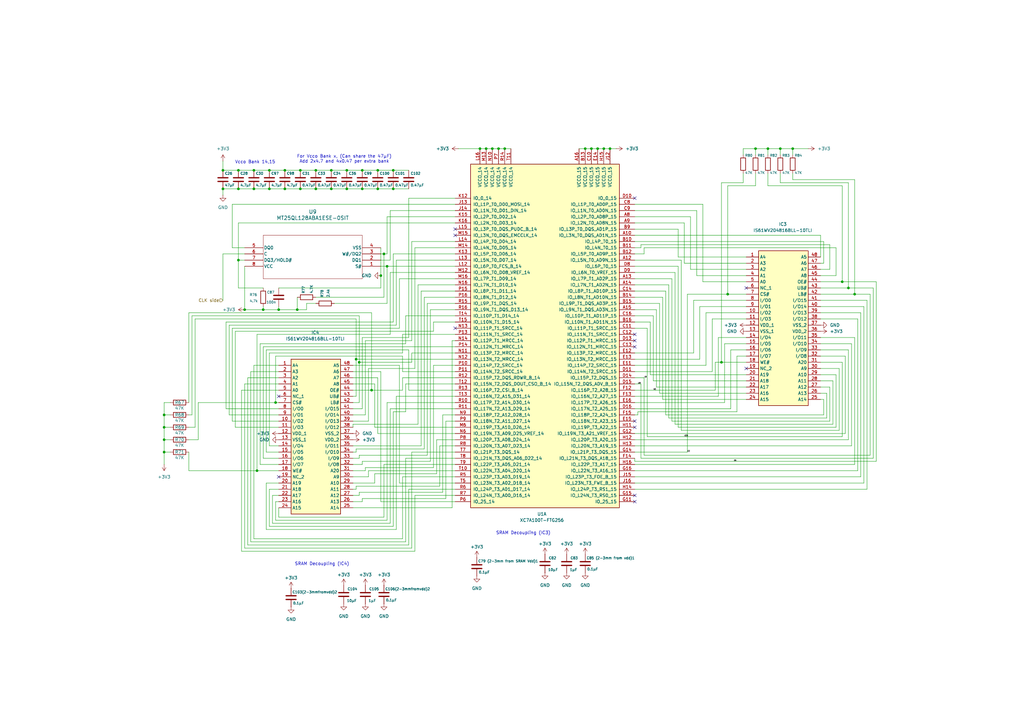
<source format=kicad_sch>
(kicad_sch (version 20250114) (generator "eeschema") (generator_version "9.0")
  (paper "A3")
  (text "SRAM Decoupling (IC3)\n\n" (at 214.63 219.71 0) (effects (font (size 1.27 1.27))))
  (text "For Vcco Bank x, (Can share the 47µF)\nAdd 2x4.7 and 4x0.47 per extra bank" (at 141.224 65.278 0) (effects (font (size 1.27 1.27))))
  (text "Vcco Bank 14,15" (at 104.648 66.548 0) (effects (font (size 1.27 1.27))))
  (text "SRAM Decoupling (IC4)\n\n" (at 132.08 232.41 0) (effects (font (size 1.27 1.27))))
  (junction (at 105.41 193.04))
  (junction (at 147.32 148.59))
  (junction (at 135.89 77.47))
  (junction (at 250.19 60.96))
  (junction (at 67.31 175.26))
  (junction (at 121.92 127))
  (junction (at 201.93 60.96))
  (junction (at 295.91 148.59))
  (junction (at 240.03 60.96))
  (junction (at 110.49 77.47))
  (junction (at 97.79 77.47))
  (junction (at 97.79 106.68))
  (junction (at 242.57 60.96))
  (junction (at 100.33 127))
  (junction (at 67.31 180.34))
  (junction (at 113.03 165.1))
  (junction (at 129.54 77.47))
  (junction (at 156.21 113.03))
  (junction (at 146.05 147.32))
  (junction (at 347.98 118.11))
  (junction (at 114.3 127))
  (junction (at 298.45 120.65))
  (junction (at 104.14 77.47))
  (junction (at 67.31 170.18))
  (junction (at 161.29 77.47))
  (junction (at 247.65 60.96))
  (junction (at 196.85 60.96))
  (junction (at 91.44 77.47))
  (junction (at 110.49 69.85))
  (junction (at 161.29 69.85))
  (junction (at 129.54 69.85))
  (junction (at 207.01 60.96))
  (junction (at 314.96 60.96))
  (junction (at 152.4 160.02))
  (junction (at 199.39 60.96))
  (junction (at 148.59 77.47))
  (junction (at 123.19 77.47))
  (junction (at 107.95 127))
  (junction (at 142.24 69.85))
  (junction (at 116.84 69.85))
  (junction (at 104.14 69.85))
  (junction (at 123.19 69.85))
  (junction (at 97.79 69.85))
  (junction (at 148.59 69.85))
  (junction (at 91.44 69.85))
  (junction (at 158.75 109.22))
  (junction (at 320.04 60.96))
  (junction (at 142.24 77.47))
  (junction (at 350.52 120.65))
  (junction (at 325.12 60.96))
  (junction (at 345.44 115.57))
  (junction (at 154.94 77.47))
  (junction (at 67.31 185.42))
  (junction (at 309.88 60.96))
  (junction (at 154.94 69.85))
  (junction (at 157.48 104.14))
  (junction (at 135.89 69.85))
  (junction (at 116.84 77.47))
  (junction (at 245.11 60.96))
  (junction (at 204.47 60.96))
  (no_connect (at 186.69 93.98))
  (no_connect (at 260.35 203.2))
  (no_connect (at 306.07 151.13))
  (no_connect (at 114.3 195.58))
  (no_connect (at 260.35 81.28))
  (no_connect (at 186.69 96.52))
  (no_connect (at 260.35 205.74))
  (no_connect (at 114.3 162.56))
  (no_connect (at 260.35 172.72))
  (no_connect (at 260.35 175.26))
  (no_connect (at 186.69 134.62))
  (no_connect (at 260.35 142.24))
  (no_connect (at 260.35 137.16))
  (no_connect (at 260.35 139.7))
  (no_connect (at 306.07 118.11))
  (wire (pts (xy 336.55 123.19) (xy 355.6 123.19)))
  (wire (pts (xy 99.06 160.02) (xy 99.06 226.06)))
  (wire (pts (xy 148.59 77.47) (xy 154.94 77.47)))
  (wire (pts (xy 177.8 191.77) (xy 177.8 149.86)))
  (wire (pts (xy 358.14 187.96) (xy 358.14 118.11)))
  (wire (pts (xy 196.85 60.96) (xy 199.39 60.96)))
  (wire (pts (xy 93.98 133.35) (xy 162.56 133.35)))
  (wire (pts (xy 167.64 143.51) (xy 167.64 160.02)))
  (wire (pts (xy 165.1 152.4) (xy 186.69 152.4)))
  (wire (pts (xy 97.79 91.44) (xy 186.69 91.44)))
  (wire (pts (xy 270.51 161.29) (xy 270.51 124.46)))
  (wire (pts (xy 336.55 96.52) (xy 336.55 105.41)))
  (wire (pts (xy 144.78 193.04) (xy 149.86 193.04)))
  (wire (pts (xy 320.04 71.12) (xy 320.04 74.93)))
  (wire (pts (xy 97.79 69.85) (xy 104.14 69.85)))
  (wire (pts (xy 170.18 151.13) (xy 170.18 101.6)))
  (wire (pts (xy 109.22 185.42) (xy 109.22 143.51)))
  (wire (pts (xy 306.07 163.83) (xy 271.78 163.83)))
  (wire (pts (xy 294.64 162.56) (xy 294.64 138.43)))
  (wire (pts (xy 149.86 139.7) (xy 168.91 139.7)))
  (wire (pts (xy 240.03 60.96) (xy 242.57 60.96)))
  (wire (pts (xy 336.55 138.43) (xy 350.52 138.43)))
  (wire (pts (xy 121.92 121.92) (xy 121.92 127)))
  (wire (pts (xy 113.03 146.05) (xy 113.03 165.1)))
  (wire (pts (xy 109.22 185.42) (xy 114.3 185.42)))
  (wire (pts (xy 264.16 154.94) (xy 264.16 186.69)))
  (wire (pts (xy 180.34 182.88) (xy 186.69 182.88)))
  (wire (pts (xy 175.26 124.46) (xy 186.69 124.46)))
  (wire (pts (xy 67.31 170.18) (xy 67.31 175.26)))
  (wire (pts (xy 151.13 195.58) (xy 151.13 193.04)))
  (wire (pts (xy 336.55 110.49) (xy 340.36 110.49)))
  (wire (pts (xy 165.1 160.02) (xy 165.1 154.94)))
  (wire (pts (xy 161.29 69.85) (xy 167.64 69.85)))
  (wire (pts (xy 181.61 170.18) (xy 186.69 170.18)))
  (wire (pts (xy 166.37 140.97) (xy 166.37 129.54)))
  (wire (pts (xy 157.48 190.5) (xy 186.69 190.5)))
  (wire (pts (xy 170.18 203.2) (xy 170.18 226.06)))
  (wire (pts (xy 144.78 203.2) (xy 147.32 203.2)))
  (wire (pts (xy 80.01 130.81) (xy 146.05 130.81)))
  (wire (pts (xy 123.19 69.85) (xy 129.54 69.85)))
  (wire (pts (xy 154.94 177.8) (xy 186.69 177.8)))
  (wire (pts (xy 166.37 157.48) (xy 166.37 168.91)))
  (wire (pts (xy 148.59 69.85) (xy 154.94 69.85)))
  (wire (pts (xy 354.33 198.12) (xy 354.33 125.73)))
  (wire (pts (xy 158.75 213.36) (xy 158.75 165.1)))
  (wire (pts (xy 314.96 76.2) (xy 345.44 76.2)))
  (wire (pts (xy 149.86 193.04) (xy 149.86 191.77)))
  (wire (pts (xy 160.02 167.64) (xy 186.69 167.64)))
  (wire (pts (xy 105.41 193.04) (xy 105.41 137.16)))
  (wire (pts (xy 260.35 149.86) (xy 289.56 149.86)))
  (wire (pts (xy 260.35 86.36) (xy 285.75 86.36)))
  (wire (pts (xy 342.9 153.67) (xy 342.9 175.26)))
  (wire (pts (xy 144.78 170.18) (xy 149.86 170.18)))
  (wire (pts (xy 97.79 91.44) (xy 97.79 106.68)))
  (wire (pts (xy 185.42 139.7) (xy 186.69 139.7)))
  (wire (pts (xy 298.45 120.65) (xy 306.07 120.65)))
  (wire (pts (xy 260.35 147.32) (xy 287.02 147.32)))
  (wire (pts (xy 91.44 77.47) (xy 91.44 80.01)))
  (wire (pts (xy 288.29 115.57) (xy 288.29 83.82)))
  (wire (pts (xy 336.55 115.57) (xy 345.44 115.57)))
  (wire (pts (xy 309.88 60.96) (xy 309.88 63.5)))
  (wire (pts (xy 167.64 160.02) (xy 186.69 160.02)))
  (wire (pts (xy 100.33 101.6) (xy 95.25 101.6)))
  (wire (pts (xy 336.55 158.75) (xy 340.36 158.75)))
  (wire (pts (xy 177.8 135.89) (xy 177.8 132.08)))
  (wire (pts (xy 274.32 171.45) (xy 274.32 116.84)))
  (wire (pts (xy 359.41 115.57) (xy 359.41 189.23)))
  (wire (pts (xy 306.07 110.49) (xy 283.21 110.49)))
  (wire (pts (xy 100.33 104.14) (xy 91.44 104.14)))
  (wire (pts (xy 77.47 128.27) (xy 152.4 128.27)))
  (wire (pts (xy 157.48 212.09) (xy 157.48 190.5)))
  (wire (pts (xy 114.3 198.12) (xy 109.22 198.12)))
  (wire (pts (xy 262.89 157.48) (xy 262.89 187.96)))
  (wire (pts (xy 166.37 187.96) (xy 166.37 222.25)))
  (wire (pts (xy 306.07 123.19) (xy 284.48 123.19)))
  (wire (pts (xy 162.56 162.56) (xy 186.69 162.56)))
  (wire (pts (xy 275.59 172.72) (xy 275.59 114.3)))
  (wire (pts (xy 157.48 104.14) (xy 158.75 104.14)))
  (wire (pts (xy 144.78 200.66) (xy 146.05 200.66)))
  (wire (pts (xy 302.26 168.91) (xy 302.26 146.05)))
  (wire (pts (xy 273.05 170.18) (xy 337.82 170.18)))
  (wire (pts (xy 295.91 148.59) (xy 306.07 148.59)))
  (wire (pts (xy 67.31 175.26) (xy 67.31 180.34)))
  (wire (pts (xy 100.33 224.79) (xy 168.91 224.79)))
  (wire (pts (xy 81.28 180.34) (xy 77.47 180.34)))
  (wire (pts (xy 260.35 91.44) (xy 280.67 91.44)))
  (wire (pts (xy 153.67 157.48) (xy 153.67 175.26)))
  (wire (pts (xy 297.18 140.97) (xy 297.18 165.1)))
  (wire (pts (xy 146.05 147.32) (xy 186.69 147.32)))
  (wire (pts (xy 111.76 203.2) (xy 111.76 214.63)))
  (wire (pts (xy 260.35 170.18) (xy 261.62 170.18)))
  (wire (pts (xy 172.72 119.38) (xy 186.69 119.38)))
  (wire (pts (xy 342.9 101.6) (xy 264.16 101.6)))
  (wire (pts (xy 162.56 106.68) (xy 186.69 106.68)))
  (wire (pts (xy 187.96 60.96) (xy 196.85 60.96)))
  (wire (pts (xy 153.67 175.26) (xy 186.69 175.26)))
  (wire (pts (xy 144.78 152.4) (xy 156.21 152.4)))
  (wire (pts (xy 302.26 146.05) (xy 306.07 146.05)))
  (wire (pts (xy 102.87 152.4) (xy 102.87 222.25)))
  (wire (pts (xy 91.44 69.85) (xy 97.79 69.85)))
  (wire (pts (xy 110.49 182.88) (xy 114.3 182.88)))
  (wire (pts (xy 168.91 139.7) (xy 168.91 99.06)))
  (wire (pts (xy 336.55 120.65) (xy 350.52 120.65)))
  (wire (pts (xy 260.35 106.68) (xy 279.4 106.68)))
  (wire (pts (xy 158.75 109.22) (xy 186.69 109.22)))
  (wire (pts (xy 314.96 71.12) (xy 314.96 76.2)))
  (wire (pts (xy 262.89 187.96) (xy 358.14 187.96)))
  (wire (pts (xy 158.75 88.9) (xy 186.69 88.9)))
  (wire (pts (xy 106.68 140.97) (xy 166.37 140.97)))
  (wire (pts (xy 114.3 118.11) (xy 156.21 118.11)))
  (wire (pts (xy 161.29 215.9) (xy 110.49 215.9)))
  (wire (pts (xy 276.86 173.99) (xy 276.86 111.76)))
  (wire (pts (xy 67.31 175.26) (xy 69.85 175.26)))
  (wire (pts (xy 173.99 184.15) (xy 173.99 121.92)))
  (wire (pts (xy 265.43 134.62) (xy 265.43 179.07)))
  (wire (pts (xy 100.33 127) (xy 107.95 127)))
  (wire (pts (xy 285.75 113.03) (xy 285.75 86.36)))
  (wire (pts (xy 109.22 198.12) (xy 109.22 217.17)))
  (wire (pts (xy 69.85 180.34) (xy 67.31 180.34)))
  (wire (pts (xy 160.02 106.68) (xy 160.02 86.36)))
  (wire (pts (xy 125.73 127) (xy 121.92 127)))
  (wire (pts (xy 346.71 146.05) (xy 346.71 177.8)))
  (wire (pts (xy 144.78 195.58) (xy 151.13 195.58)))
  (wire (pts (xy 274.32 171.45) (xy 339.09 171.45)))
  (wire (pts (xy 299.72 167.64) (xy 299.72 143.51)))
  (wire (pts (xy 306.07 156.21) (xy 267.97 156.21)))
  (wire (pts (xy 336.55 140.97) (xy 349.25 140.97)))
  (wire (pts (xy 129.54 124.46) (xy 125.73 124.46)))
  (wire (pts (xy 161.29 104.14) (xy 186.69 104.14)))
  (wire (pts (xy 260.35 114.3) (xy 275.59 114.3)))
  (wire (pts (xy 342.9 101.6) (xy 342.9 113.03)))
  (wire (pts (xy 114.3 160.02) (xy 99.06 160.02)))
  (wire (pts (xy 347.98 74.93) (xy 320.04 74.93)))
  (wire (pts (xy 336.55 148.59) (xy 345.44 148.59)))
  (wire (pts (xy 129.54 77.47) (xy 135.89 77.47)))
  (wire (pts (xy 176.53 189.23) (xy 176.53 127)))
  (wire (pts (xy 100.33 157.48) (xy 100.33 224.79)))
  (wire (pts (xy 77.47 193.04) (xy 105.41 193.04)))
  (wire (pts (xy 77.47 128.27) (xy 77.47 165.1)))
  (wire (pts (xy 168.91 148.59) (xy 168.91 144.78)))
  (wire (pts (xy 167.64 81.28) (xy 186.69 81.28)))
  (wire (pts (xy 165.1 220.98) (xy 104.14 220.98)))
  (wire (pts (xy 340.36 100.33) (xy 262.89 100.33)))
  (wire (pts (xy 179.07 194.31) (xy 179.07 180.34)))
  (wire (pts (xy 156.21 152.4) (xy 156.21 205.74)))
  (wire (pts (xy 144.78 190.5) (xy 148.59 190.5)))
  (wire (pts (xy 260.35 177.8) (xy 346.71 177.8)))
  (wire (pts (xy 262.89 100.33) (xy 262.89 101.6)))
  (wire (pts (xy 345.44 148.59) (xy 345.44 179.07)))
  (wire (pts (xy 267.97 156.21) (xy 267.97 129.54)))
  (wire (pts (xy 304.8 74.93) (xy 295.91 74.93)))
  (wire (pts (xy 170.18 101.6) (xy 186.69 101.6)))
  (wire (pts (xy 81.28 165.1) (xy 81.28 180.34)))
  (wire (pts (xy 157.48 104.14) (xy 157.48 121.92)))
  (wire (pts (xy 182.88 172.72) (xy 186.69 172.72)))
  (wire (pts (xy 156.21 106.68) (xy 160.02 106.68)))
  (wire (pts (xy 260.35 83.82) (xy 288.29 83.82)))
  (wire (pts (xy 347.98 118.11) (xy 358.14 118.11)))
  (wire (pts (xy 309.88 60.96) (xy 314.96 60.96)))
  (wire (pts (xy 242.57 60.96) (xy 245.11 60.96)))
  (wire (pts (xy 260.35 88.9) (xy 283.21 88.9)))
  (wire (pts (xy 207.01 60.96) (xy 209.55 60.96)))
  (wire (pts (xy 260.35 157.48) (xy 262.89 157.48)))
  (wire (pts (xy 157.48 121.92) (xy 129.54 121.92)))
  (wire (pts (xy 163.83 149.86) (xy 163.83 198.12)))
  (wire (pts (xy 158.75 124.46) (xy 137.16 124.46)))
  (wire (pts (xy 95.25 172.72) (xy 114.3 172.72)))
  (wire (pts (xy 298.45 76.2) (xy 298.45 120.65)))
  (wire (pts (xy 260.35 195.58) (xy 353.06 195.58)))
  (wire (pts (xy 97.79 77.47) (xy 104.14 77.47)))
  (wire (pts (xy 336.55 153.67) (xy 342.9 153.67)))
  (wire (pts (xy 260.35 152.4) (xy 292.1 152.4)))
  (wire (pts (xy 158.75 109.22) (xy 158.75 124.46)))
  (wire (pts (xy 163.83 114.3) (xy 163.83 134.62)))
  (wire (pts (xy 161.29 132.08) (xy 161.29 104.14)))
  (wire (pts (xy 144.78 162.56) (xy 146.05 162.56)))
  (wire (pts (xy 339.09 161.29) (xy 339.09 171.45)))
  (wire (pts (xy 160.02 214.63) (xy 160.02 167.64)))
  (wire (pts (xy 146.05 162.56) (xy 146.05 147.32)))
  (wire (pts (xy 181.61 201.93) (xy 181.61 170.18)))
  (wire (pts (xy 283.21 110.49) (xy 283.21 88.9)))
  (wire (pts (xy 147.32 201.93) (xy 181.61 201.93)))
  (wire (pts (xy 309.88 76.2) (xy 309.88 71.12)))
  (wire (pts (xy 304.8 63.5) (xy 304.8 60.96)))
  (wire (pts (xy 165.1 144.78) (xy 165.1 137.16)))
  (wire (pts (xy 260.35 162.56) (xy 294.64 162.56)))
  (wire (pts (xy 146.05 130.81) (xy 146.05 147.32)))
  (wire (pts (xy 110.49 144.78) (xy 165.1 144.78)))
  (wire (pts (xy 166.37 157.48) (xy 186.69 157.48)))
  (wire (pts (xy 314.96 60.96) (xy 314.96 63.5)))
  (wire (pts (xy 260.35 190.5) (xy 350.52 190.5)))
  (wire (pts (xy 180.34 199.39) (xy 180.34 182.88)))
  (wire (pts (xy 92.71 167.64) (xy 92.71 132.08)))
  (wire (pts (xy 325.12 73.66) (xy 325.12 71.12)))
  (wire (pts (xy 281.94 120.65) (xy 281.94 185.42)))
  (wire (pts (xy 100.33 109.22) (xy 100.33 127)))
  (wire (pts (xy 147.32 129.54) (xy 147.32 148.59)))
  (wire (pts (xy 110.49 215.9) (xy 110.49 200.66)))
  (wire (pts (xy 78.74 129.54) (xy 78.74 170.18)))
  (wire (pts (xy 104.14 77.47) (xy 110.49 77.47)))
  (wire (pts (xy 161.29 77.47) (xy 167.64 77.47)))
  (wire (pts (xy 152.4 160.02) (xy 165.1 160.02)))
  (wire (pts (xy 260.35 189.23) (xy 359.41 189.23)))
  (wire (pts (xy 77.47 193.04) (xy 77.47 185.42)))
  (wire (pts (xy 166.37 168.91) (xy 161.29 168.91)))
  (wire (pts (xy 306.07 107.95) (xy 280.67 107.95)))
  (wire (pts (xy 293.37 148.59) (xy 293.37 160.02)))
  (wire (pts (xy 93.98 170.18) (xy 114.3 170.18)))
  (wire (pts (xy 154.94 69.85) (xy 161.29 69.85)))
  (wire (pts (xy 306.07 158.75) (xy 269.24 158.75)))
  (wire (pts (xy 260.35 134.62) (xy 265.43 134.62)))
  (wire (pts (xy 106.68 190.5) (xy 106.68 140.97)))
  (wire (pts (xy 306.07 105.41) (xy 278.13 105.41)))
  (wire (pts (xy 109.22 143.51) (xy 167.64 143.51)))
  (wire (pts (xy 260.35 144.78) (xy 284.48 144.78)))
  (wire (pts (xy 320.04 60.96) (xy 325.12 60.96)))
  (wire (pts (xy 165.1 146.05) (xy 165.1 152.4)))
  (wire (pts (xy 107.95 142.24) (xy 186.69 142.24)))
  (wire (pts (xy 250.19 60.96) (xy 252.73 60.96)))
  (wire (pts (xy 67.31 185.42) (xy 69.85 185.42)))
  (wire (pts (xy 336.55 146.05) (xy 346.71 146.05)))
  (wire (pts (xy 67.31 170.18) (xy 69.85 170.18)))
  (wire (pts (xy 113.03 146.05) (xy 165.1 146.05)))
  (wire (pts (xy 104.14 149.86) (xy 114.3 149.86)))
  (wire (pts (xy 144.78 208.28) (xy 185.42 208.28)))
  (wire (pts (xy 109.22 217.17) (xy 162.56 217.17)))
  (wire (pts (xy 340.36 100.33) (xy 340.36 110.49)))
  (wire (pts (xy 265.43 179.07) (xy 345.44 179.07)))
  (wire (pts (xy 144.78 160.02) (xy 152.4 160.02)))
  (wire (pts (xy 247.65 60.96) (xy 250.19 60.96)))
  (wire (pts (xy 101.6 154.94) (xy 101.6 223.52)))
  (wire (pts (xy 353.06 128.27) (xy 353.06 195.58)))
  (wire (pts (xy 114.3 154.94) (xy 101.6 154.94)))
  (wire (pts (xy 345.44 76.2) (xy 345.44 115.57)))
  (wire (pts (xy 171.45 173.99) (xy 171.45 116.84)))
  (wire (pts (xy 144.78 165.1) (xy 147.32 165.1)))
  (wire (pts (xy 146.05 199.39) (xy 180.34 199.39)))
  (wire (pts (xy 125.73 124.46) (xy 125.73 127)))
  (wire (pts (xy 275.59 172.72) (xy 340.36 172.72)))
  (wire (pts (xy 299.72 143.51) (xy 306.07 143.51)))
  (wire (pts (xy 67.31 180.34) (xy 67.31 185.42)))
  (wire (pts (xy 278.13 175.26) (xy 342.9 175.26)))
  (wire (pts (xy 154.94 77.47) (xy 161.29 77.47)))
  (wire (pts (xy 104.14 149.86) (xy 104.14 220.98)))
  (wire (pts (xy 67.31 165.1) (xy 69.85 165.1)))
  (wire (pts (xy 350.52 120.65) (xy 356.87 120.65)))
  (wire (pts (xy 260.35 193.04) (xy 351.79 193.04)))
  (wire (pts (xy 314.96 60.96) (xy 320.04 60.96)))
  (wire (pts (xy 147.32 186.69) (xy 175.26 186.69)))
  (wire (pts (xy 105.41 193.04) (xy 114.3 193.04)))
  (wire (pts (xy 260.35 124.46) (xy 270.51 124.46)))
  (wire (pts (xy 336.55 130.81) (xy 351.79 130.81)))
  (wire (pts (xy 260.35 101.6) (xy 262.89 101.6)))
  (wire (pts (xy 129.54 69.85) (xy 135.89 69.85)))
  (wire (pts (xy 161.29 168.91) (xy 161.29 215.9)))
  (wire (pts (xy 336.55 151.13) (xy 344.17 151.13)))
  (wire (pts (xy 337.82 107.95) (xy 337.82 99.06)))
  (wire (pts (xy 148.59 190.5) (xy 148.59 189.23)))
  (wire (pts (xy 306.07 153.67) (xy 266.7 153.67)))
  (wire (pts (xy 351.79 193.04) (xy 351.79 130.81)))
  (wire (pts (xy 271.78 163.83) (xy 271.78 121.92)))
  (wire (pts (xy 199.39 60.96) (xy 201.93 60.96)))
  (wire (pts (xy 123.19 77.47) (xy 129.54 77.47)))
  (wire (pts (xy 163.83 114.3) (xy 186.69 114.3)))
  (wire (pts (xy 144.78 172.72) (xy 151.13 172.72)))
  (wire (pts (xy 344.17 151.13) (xy 344.17 176.53)))
  (wire (pts (xy 144.78 187.96) (xy 147.32 187.96)))
  (wire (pts (xy 144.78 182.88) (xy 172.72 182.88)))
  (wire (pts (xy 166.37 187.96) (xy 186.69 187.96)))
  (wire (pts (xy 167.64 200.66) (xy 167.64 223.52)))
  (wire (pts (xy 92.71 132.08) (xy 161.29 132.08)))
  (wire (pts (xy 110.49 77.47) (xy 116.84 77.47)))
  (wire (pts (xy 306.07 113.03) (xy 285.75 113.03)))
  (wire (pts (xy 260.35 185.42) (xy 281.94 185.42)))
  (wire (pts (xy 172.72 182.88) (xy 172.72 119.38)))
  (wire (pts (xy 154.94 154.94) (xy 154.94 177.8)))
  (wire (pts (xy 165.1 154.94) (xy 186.69 154.94)))
  (wire (pts (xy 142.24 69.85) (xy 148.59 69.85)))
  (wire (pts (xy 261.62 168.91) (xy 302.26 168.91)))
  (wire (pts (xy 245.11 60.96) (xy 247.65 60.96)))
  (wire (pts (xy 171.45 116.84) (xy 186.69 116.84)))
  (wire (pts (xy 336.55 156.21) (xy 341.63 156.21)))
  (wire (pts (xy 95.25 83.82) (xy 186.69 83.82)))
  (wire (pts (xy 166.37 129.54) (xy 186.69 129.54)))
  (wire (pts (xy 113.03 205.74) (xy 113.03 213.36)))
  (wire (pts (xy 92.71 167.64) (xy 114.3 167.64)))
  (wire (pts (xy 93.98 170.18) (xy 93.98 133.35)))
  (wire (pts (xy 151.13 172.72) (xy 151.13 151.13)))
  (wire (pts (xy 341.63 156.21) (xy 341.63 173.99)))
  (wire (pts (xy 91.44 66.04) (xy 91.44 69.85)))
  (wire (pts (xy 340.36 158.75) (xy 340.36 172.72)))
  (wire (pts (xy 336.55 125.73) (xy 354.33 125.73)))
  (wire (pts (xy 146.05 184.15) (xy 173.99 184.15)))
  (wire (pts (xy 148.59 167.64) (xy 148.59 138.43)))
  (wire (pts (xy 144.78 175.26) (xy 144.78 173.99)))
  (wire (pts (xy 350.52 73.66) (xy 325.12 73.66)))
  (wire (pts (xy 156.21 101.6) (xy 156.21 113.03)))
  (wire (pts (xy 280.67 107.95) (xy 280.67 91.44)))
  (wire (pts (xy 149.86 191.77) (xy 177.8 191.77)))
  (wire (pts (xy 114.3 187.96) (xy 107.95 187.96)))
  (wire (pts (xy 151.13 193.04) (xy 186.69 193.04)))
  (wire (pts (xy 201.93 60.96) (xy 204.47 60.96)))
  (wire (pts (xy 144.78 167.64) (xy 148.59 167.64)))
  (wire (pts (xy 185.42 208.28) (xy 185.42 139.7)))
  (wire (pts (xy 336.55 113.03) (xy 342.9 113.03)))
  (wire (pts (xy 325.12 60.96) (xy 325.12 63.5)))
  (wire (pts (xy 110.49 182.88) (xy 110.49 144.78)))
  (wire (pts (xy 156.21 113.03) (xy 156.21 118.11)))
  (wire (pts (xy 168.91 185.42) (xy 186.69 185.42)))
  (wire (pts (xy 304.8 60.96) (xy 309.88 60.96)))
  (wire (pts (xy 260.35 109.22) (xy 278.13 109.22)))
  (wire (pts (xy 148.59 189.23) (xy 176.53 189.23)))
  (wire (pts (xy 269.24 127) (xy 260.35 127)))
  (wire (pts (xy 148.59 205.74) (xy 144.78 205.74)))
  (wire (pts (xy 114.3 208.28) (xy 114.3 212.09)))
  (wire (pts (xy 91.44 77.47) (xy 97.79 77.47)))
  (wire (pts (xy 152.4 128.27) (xy 152.4 160.02)))
  (wire (pts (xy 264.16 186.69) (xy 356.87 186.69)))
  (wire (pts (xy 264.16 101.6) (xy 264.16 104.14)))
  (wire (pts (xy 113.03 165.1) (xy 114.3 165.1)))
  (wire (pts (xy 260.35 104.14) (xy 264.16 104.14)))
  (wire (pts (xy 297.18 140.97) (xy 306.07 140.97)))
  (wire (pts (xy 110.49 69.85) (xy 116.84 69.85)))
  (wire (pts (xy 336.55 161.29) (xy 339.09 161.29)))
  (wire (pts (xy 99.06 226.06) (xy 170.18 226.06)))
  (wire (pts (xy 204.47 60.96) (xy 207.01 60.96)))
  (wire (pts (xy 167.64 200.66) (xy 186.69 200.66)))
  (wire (pts (xy 116.84 77.47) (xy 123.19 77.47)))
  (wire (pts (xy 298.45 76.2) (xy 309.88 76.2)))
  (wire (pts (xy 114.3 175.26) (xy 96.52 175.26)))
  (wire (pts (xy 97.79 106.68) (xy 97.79 118.11)))
  (wire (pts (xy 114.3 125.73) (xy 114.3 127)))
  (wire (pts (xy 167.64 138.43) (xy 167.64 81.28)))
  (wire (pts (xy 144.78 185.42) (xy 146.05 185.42)))
  (wire (pts (xy 81.28 165.1) (xy 113.03 165.1)))
  (wire (pts (xy 260.35 99.06) (xy 337.82 99.06)))
  (wire (pts (xy 146.05 200.66) (xy 146.05 199.39)))
  (wire (pts (xy 148.59 204.47) (xy 148.59 205.74)))
  (wire (pts (xy 102.87 222.25) (xy 166.37 222.25)))
  (wire (pts (xy 260.35 198.12) (xy 354.33 198.12)))
  (wire (pts (xy 100.33 157.48) (xy 114.3 157.48)))
  (wire (pts (xy 325.12 60.96) (xy 331.47 60.96)))
  (wire (pts (xy 284.48 123.19) (xy 284.48 144.78)))
  (wire (pts (xy 144.78 173.99) (xy 171.45 173.99)))
  (wire (pts (xy 336.55 96.52) (xy 260.35 96.52)))
  (wire (pts (xy 111.76 214.63) (xy 160.02 214.63)))
  (wire (pts (xy 304.8 71.12) (xy 304.8 74.93)))
  (wire (pts (xy 80.01 175.26) (xy 77.47 175.26)))
  (wire (pts (xy 148.59 204.47) (xy 182.88 204.47)))
  (wire (pts (xy 101.6 223.52) (xy 167.64 223.52)))
  (wire (pts (xy 260.35 93.98) (xy 278.13 93.98)))
  (wire (pts (xy 144.78 157.48) (xy 153.67 157.48)))
  (wire (pts (xy 114.3 127) (xy 121.92 127)))
  (wire (pts (xy 162.56 133.35) (xy 162.56 106.68)))
  (wire (pts (xy 170.18 203.2) (xy 186.69 203.2)))
  (wire (pts (xy 350.52 73.66) (xy 350.52 120.65)))
  (wire (pts (xy 336.55 118.11) (xy 347.98 118.11)))
  (wire (pts (xy 114.3 203.2) (xy 111.76 203.2)))
  (wire (pts (xy 147.32 203.2) (xy 147.32 201.93)))
  (wire (pts (xy 160.02 137.16) (xy 160.02 111.76)))
  (wire (pts (xy 175.26 186.69) (xy 175.26 124.46)))
  (wire (pts (xy 162.56 217.17) (xy 162.56 162.56)))
  (wire (pts (xy 347.98 74.93) (xy 347.98 118.11)))
  (wire (pts (xy 144.78 198.12) (xy 153.67 198.12)))
  (wire (pts (xy 289.56 128.27) (xy 289.56 149.86)))
  (wire (pts (xy 271.78 121.92) (xy 260.35 121.92)))
  (wire (pts (xy 153.67 198.12) (xy 153.67 194.31)))
  (wire (pts (xy 260.35 180.34) (xy 347.98 180.34)))
  (wire (pts (xy 269.24 158.75) (xy 269.24 127)))
  (wire (pts (xy 306.07 130.81) (xy 292.1 130.81)))
  (wire (pts (xy 67.31 165.1) (xy 67.31 170.18)))
  (wire (pts (xy 287.02 147.32) (xy 287.02 125.73)))
  (wire (pts (xy 147.32 148.59) (xy 168.91 148.59)))
  (wire (pts (xy 176.53 127) (xy 186.69 127)))
  (wire (pts (xy 336.55 163.83) (xy 337.82 163.83)))
  (wire (pts (xy 287.02 125.73) (xy 306.07 125.73)))
  (wire (pts (xy 114.3 152.4) (xy 102.87 152.4)))
  (wire (pts (xy 260.35 116.84) (xy 274.32 116.84)))
  (wire (pts (xy 163.83 198.12) (xy 186.69 198.12)))
  (wire (pts (xy 177.8 132.08) (xy 186.69 132.08)))
  (wire (pts (xy 96.52 135.89) (xy 177.8 135.89)))
  (wire (pts (xy 168.91 185.42) (xy 168.91 224.79)))
  (wire (pts (xy 279.4 176.53) (xy 279.4 106.68)))
  (wire (pts (xy 135.89 77.47) (xy 142.24 77.47)))
  (wire (pts (xy 306.07 161.29) (xy 270.51 161.29)))
  (wire (pts (xy 165.1 137.16) (xy 186.69 137.16)))
  (wire (pts (xy 306.07 115.57) (xy 288.29 115.57)))
  (wire (pts (xy 142.24 77.47) (xy 148.59 77.47)))
  (wire (pts (xy 156.21 109.22) (xy 158.75 109.22)))
  (wire (pts (xy 135.89 69.85) (xy 142.24 69.85)))
  (wire (pts (xy 237.49 60.96) (xy 240.03 60.96)))
  (wire (pts (xy 95.25 134.62) (xy 163.83 134.62)))
  (wire (pts (xy 156.21 104.14) (xy 157.48 104.14)))
  (wire (pts (xy 356.87 120.65) (xy 356.87 186.69)))
  (wire (pts (xy 276.86 173.99) (xy 341.63 173.99)))
  (wire (pts (xy 266.7 153.67) (xy 266.7 132.08)))
  (wire (pts (xy 148.59 138.43) (xy 167.64 138.43)))
  (wire (pts (xy 168.91 99.06) (xy 186.69 99.06)))
  (wire (pts (xy 158.75 165.1) (xy 186.69 165.1)))
  (wire (pts (xy 147.32 165.1) (xy 147.32 148.59)))
  (wire (pts (xy 153.67 194.31) (xy 179.07 194.31)))
  (wire (pts (xy 107.95 187.96) (xy 107.95 142.24)))
  (wire (pts (xy 95.25 172.72) (xy 95.25 134.62)))
  (wire (pts (xy 347.98 180.34) (xy 347.98 143.51)))
  (wire (pts (xy 156.21 205.74) (xy 186.69 205.74)))
  (wire (pts (xy 95.25 101.6) (xy 95.25 83.82)))
  (wire (pts (xy 144.78 154.94) (xy 154.94 154.94)))
  (wire (pts (xy 165.1 195.58) (xy 165.1 220.98)))
  (wire (pts (xy 67.31 185.42) (xy 67.31 190.5)))
  (wire (pts (xy 173.99 121.92) (xy 186.69 121.92)))
  (wire (pts (xy 337.82 163.83) (xy 337.82 170.18)))
  (wire (pts (xy 336.55 107.95) (xy 337.82 107.95)))
  (wire (pts (xy 320.04 60.96) (xy 320.04 63.5)))
  (wire (pts (xy 80.01 130.81) (xy 80.01 175.26)))
  (wire (pts (xy 273.05 170.18) (xy 273.05 119.38)))
  (wire (pts (xy 260.35 160.02) (xy 293.37 160.02)))
  (wire (pts (xy 260.35 111.76) (xy 276.86 111.76)))
  (wire (pts (xy 116.84 69.85) (xy 123.19 69.85)))
  (wire (pts (xy 260.35 200.66) (xy 355.6 200.66)))
  (wire (pts (xy 107.95 127) (xy 114.3 127)))
  (wire (pts (xy 104.14 69.85) (xy 110.49 69.85)))
  (wire (pts (xy 160.02 111.76) (xy 186.69 111.76)))
  (wire (pts (xy 293.37 148.59) (xy 295.91 148.59)))
  (wire (pts (xy 146.05 185.42) (xy 146.05 184.15)))
  (wire (pts (xy 281.94 120.65) (xy 298.45 120.65)))
  (wire (pts (xy 177.8 149.86) (xy 186.69 149.86)))
  (wire (pts (xy 278.13 175.26) (xy 278.13 109.22)))
  (wire (pts (xy 78.74 170.18) (xy 77.47 170.18)))
  (wire (pts (xy 160.02 86.36) (xy 186.69 86.36)))
  (wire (pts (xy 260.35 132.08) (xy 266.7 132.08)))
  (wire (pts (xy 355.6 123.19) (xy 355.6 200.66)))
  (wire (pts (xy 168.91 144.78) (xy 186.69 144.78)))
  (wire (pts (xy 158.75 104.14) (xy 158.75 88.9)))
  (wire (pts (xy 261.62 168.91) (xy 261.62 170.18)))
  (wire (pts (xy 295.91 74.93) (xy 295.91 148.59)))
  (wire (pts (xy 294.64 138.43) (xy 306.07 138.43)))
  (wire (pts (xy 105.41 137.16) (xy 160.02 137.16)))
  (wire (pts (xy 179.07 180.34) (xy 186.69 180.34)))
  (wire (pts (xy 144.78 149.86) (xy 163.83 149.86)))
  (wire (pts (xy 260.35 187.96) (xy 260.35 189.23)))
  (wire (pts (xy 289.56 128.27) (xy 306.07 128.27)))
  (wire (pts (xy 114.3 212.09) (xy 157.48 212.09)))
  (wire (pts (xy 97.79 118.11) (xy 107.95 118.11)))
  (wire (pts (xy 292.1 130.81) (xy 292.1 152.4)))
  (wire (pts (xy 147.32 187.96) (xy 147.32 186.69)))
  (wire (pts (xy 260.35 165.1) (xy 297.18 165.1)))
  (wire (pts (xy 110.49 200.66) (xy 114.3 200.66)))
  (wire (pts (xy 107.95 125.73) (xy 107.95 127)))
  (wire (pts (xy 100.33 106.68) (xy 97.79 106.68)))
  (wire (pts (xy 336.55 143.51) (xy 347.98 143.51)))
  (wire (pts (xy 336.55 128.27) (xy 353.06 128.27)))
  (wire (pts (xy 260.35 129.54) (xy 267.97 129.54)))
  (wire (pts (xy 96.52 175.26) (xy 96.52 135.89)))
  (wire (pts (xy 260.35 154.94) (xy 264.16 154.94)))
  (wire (pts (xy 349.25 182.88) (xy 349.25 140.97)))
  (wire (pts (xy 114.3 190.5) (xy 106.68 190.5)))
  (wire (pts (xy 91.44 104.14) (xy 91.44 123.19)))
  (wire (pts (xy 113.03 213.36) (xy 158.75 213.36)))
  (wire (pts (xy 345.44 115.57) (xy 359.41 115.57)))
  (wire (pts (xy 78.74 129.54) (xy 147.32 129.54)))
  (wire (pts (xy 151.13 151.13) (xy 170.18 151.13)))
  (wire (pts (xy 260.35 182.88) (xy 349.25 182.88)))
  (wire (pts (xy 260.35 119.38) (xy 273.05 119.38)))
  (wire (pts (xy 279.4 176.53) (xy 344.17 176.53)))
  (wire (pts (xy 165.1 195.58) (xy 186.69 195.58)))
  (wire (pts (xy 278.13 105.41) (xy 278.13 93.98)))
  (wire (pts (xy 350.52 190.5) (xy 350.52 138.43)))
  (wire (pts (xy 149.86 170.18) (xy 149.86 139.7)))
  (wire (pts (xy 182.88 204.47) (xy 182.88 172.72)))
  (wire (pts (xy 260.35 167.64) (xy 299.72 167.64)))
  (wire (pts (xy 114.3 205.74) (xy 113.03 205.74)))
  (label "UB" (at 261.62 157.48 0) (effects (font (size 0.508 0.508))))
  (label "LB" (at 264.16 154.94 0) (effects (font (size 0.508 0.508))))
  (label "OE" (at 300.99 189.23 0) (effects (font (size 0.508 0.508))))
  (label "WE" (at 267.97 160.02 0) (effects (font (size 0.508 0.508))))
  (label "CE" (at 281.94 185.42 0) (effects (font (size 0.508 0.508))))
  (label "A20" (at 280.67 179.07 0) (effects (font (size 0.508 0.508))))
  (hierarchical_label "CLK side" (shape input) (at 91.44 123.19 180))
  (symbol (lib_id "power:GND") (at 223.52 234.95 0) (unit 1)
    (property "Reference" "#PWR0103" (effects (hide yes)))
    (property "Value" "GND" (at 223.52 240.03 0))
    (property "Description" "Power symbol creates a global label with name \"GND\" , ground" (effects (hide yes)))
  )
  (symbol (lib_id "power:GND") (at 156.21 113.03 270) (unit 1)
    (property "Reference" "#PWR0107" (effects (hide yes)))
    (property "Value" "GND" (at 152.4 113.0299 90) (effects (justify right)))
    (property "Description" "Power symbol creates a global label with name \"GND\" , ground" (effects (hide yes)))
  )
  (symbol (lib_id "power:+3V3") (at 144.78 180.34 270) (unit 1)
    (property "Reference" "#PWR092" (effects (hide yes)))
    (property "Value" "+3V3" (at 148.59 180.3399 90) (effects (justify left)))
    (property "Description" "Power symbol creates a global label with name \"+3V3\"" (effects (hide yes)))
  )
  (symbol (lib_id "power:+3V3") (at 114.3 177.8 90) (unit 1)
    (property "Reference" "#PWR026" (effects (hide yes)))
    (property "Value" "+3V3" (at 110.49 177.7999 90) (effects (justify left)))
    (property "Description" "Power symbol creates a global label with name \"+3V3\"" (effects (hide yes)))
  )
  (symbol (lib_id "power:+3V3") (at 149.86 240.03 0) (unit 1)
    (property "Reference" "#PWR0130" (effects (hide yes)))
    (property "Value" "+3V3" (at 149.86 235.712 0))
    (property "Description" "Power symbol creates a global label with name \"+3V3\"" (effects (hide yes)))
  )
  (symbol (lib_id "Device:C") (at 149.86 243.84 0) (unit 1)
    (property "Reference" "C105" (at 151.384 241.554 0) (effects (font (size 1.016 1.016)) (justify left)))
    (property "Value" "1µF" (at 151.13 246.38 0) (effects (font (size 1.016 1.016)) (justify left)))
    (property "Footprint" "Capacitor_SMD:C_0805_2012Metric_Pad1.18x1.45mm_HandSolder" (effects (hide yes)))
    (property "Description" "Unpolarized capacitor" (effects (hide yes)))
  )
  (symbol (lib_id "power:GND") (at 114.3 180.34 270) (unit 1)
    (property "Reference" "#PWR094" (effects (hide yes)))
    (property "Value" "GND" (at 110.49 180.3399 90) (effects (justify right)))
    (property "Description" "Power symbol creates a global label with name \"GND\" , ground" (effects (hide yes)))
  )
  (symbol (lib_id "Device:C") (at 91.44 73.66 0) (unit 1)
    (property "Reference" "C26" (at 92.202 71.12 0) (effects (font (size 1.016 1.016)) (justify left)))
    (property "Value" "47µF" (at 92.202 75.946 0) (effects (font (size 1.016 1.016)) (justify left)))
    (property "Footprint" "Capacitor_SMD:C_1210_3225Metric_Pad1.33x2.70mm_HandSolder" (effects (hide yes)))
    (property "Description" "Unpolarized capacitor" (effects (hide yes)))
  )
  (symbol (lib_id "power:+3V3") (at 187.96 60.96 90) (unit 1)
    (property "Reference" "#PWR0108" (effects (hide yes)))
    (property "Value" "+3V3" (at 184.15 60.9599 90) (effects (justify left)))
    (property "Description" "Power symbol creates a global label with name \"+3V3\"" (effects (hide yes)))
  )
  (symbol (lib_id "power:GND") (at 140.97 247.65 0) (unit 1)
    (property "Reference" "#PWR0110" (effects (hide yes)))
    (property "Value" "GND" (at 140.97 252.73 0))
    (property "Description" "Power symbol creates a global label with name \"GND\" , ground" (effects (hide yes)))
  )
  (symbol (lib_id "Device:C") (at 116.84 73.66 0) (unit 1)
    (property "Reference" "C98" (at 117.602 71.12 0) (effects (font (size 1.016 1.016)) (justify left)))
    (property "Value" "4.7µF" (at 117.602 75.946 0) (effects (font (size 1.016 1.016)) (justify left)))
    (property "Footprint" "Capacitor_SMD:C_0805_2012Metric_Pad1.18x1.45mm_HandSolder" (effects (hide yes)))
    (property "Description" "Unpolarized capacitor" (effects (hide yes)))
  )
  (symbol (lib_id "power:GND") (at 195.58 236.22 0) (unit 1)
    (property "Reference" "#PWR088" (effects (hide yes)))
    (property "Value" "GND" (at 195.58 241.3 0))
    (property "Description" "Power symbol creates a global label with name \"GND\" , ground" (effects (hide yes)))
  )
  (symbol (lib_id "power:GND") (at 240.03 234.95 0) (unit 1)
    (property "Reference" "#PWR0128" (effects (hide yes)))
    (property "Value" "GND" (at 240.03 240.03 0))
    (property "Description" "Power symbol creates a global label with name \"GND\" , ground" (effects (hide yes)))
  )
  (symbol (lib_id "Device:C") (at 114.3 121.92 0) (unit 1)
    (property "Reference" "C87" (at 109.474 119.888 0) (effects (font (size 1.016 1.016)) (justify left)))
    (property "Value" "100n" (at 109.22 123.952 0) (effects (font (size 1.016 1.016)) (justify left)))
    (property "Footprint" "Capacitor_SMD:C_0603_1608Metric_Pad1.08x0.95mm_HandSolder" (effects (hide yes)))
    (property "Description" "Unpolarized capacitor" (effects (hide yes)))
  )
  (symbol (lib_id "power:+3V3") (at 195.58 228.6 0) (unit 1)
    (property "Reference" "#PWR018" (effects (hide yes)))
    (property "Value" "+3V3" (at 195.58 224.282 0))
    (property "Description" "Power symbol creates a global label with name \"+3V3\"" (effects (hide yes)))
  )
  (symbol (lib_id "Device:C") (at 232.41 231.14 0) (unit 1)
    (property "Reference" "C83" (at 233.934 228.854 0) (effects (font (size 1.016 1.016)) (justify left)))
    (property "Value" "1µF" (at 233.68 233.68 0) (effects (font (size 1.016 1.016)) (justify left)))
    (property "Footprint" "Capacitor_SMD:C_0805_2012Metric_Pad1.18x1.45mm_HandSolder" (effects (hide yes)))
    (property "Description" "Unpolarized capacitor" (effects (hide yes)))
  )
  (symbol (lib_id "Device:C") (at 142.24 73.66 0) (unit 1)
    (property "Reference" "C36" (at 143.002 71.12 0) (effects (font (size 1.016 1.016)) (justify left)))
    (property "Value" "0.47µF" (at 143.002 75.946 0) (effects (font (size 1.016 1.016)) (justify left)))
    (property "Footprint" "Capacitor_SMD:C_0603_1608Metric_Pad1.08x0.95mm_HandSolder" (effects (hide yes)))
    (property "Description" "Unpolarized capacitor" (effects (hide yes)))
  )
  (symbol (lib_id "Device:R") (at 73.66 170.18 90) (unit 1)
    (property "Reference" "R68" (at 73.66 170.18 90))
    (property "Value" "47K" (at 73.66 172.466 90))
    (property "Footprint" "Resistor_SMD:R_0805_2012Metric_Pad1.20x1.40mm_HandSolder" (effects (hide yes)))
    (property "Description" "Resistor" (effects (hide yes)))
  )
  (symbol (lib_id "power:+3V3") (at 91.44 66.04 0) (unit 1)
    (property "Reference" "#PWR037" (effects (hide yes)))
    (property "Value" "+3V3" (at 91.44 60.96 0))
    (property "Description" "Power symbol creates a global label with name \"+3V3\"" (effects (hide yes)))
  )
  (symbol (lib_id "Device:C") (at 110.49 73.66 0) (unit 1)
    (property "Reference" "C97" (at 111.252 71.12 0) (effects (font (size 1.016 1.016)) (justify left)))
    (property "Value" "4.7µF" (at 111.252 75.946 0) (effects (font (size 1.016 1.016)) (justify left)))
    (property "Footprint" "Capacitor_SMD:C_0805_2012Metric_Pad1.18x1.45mm_HandSolder" (effects (hide yes)))
    (property "Description" "Unpolarized capacitor" (effects (hide yes)))
  )
  (symbol (lib_id "Device:R") (at 309.88 67.31 0) (unit 1)
    (property "Reference" "R81" (at 310.642 63.754 0) (effects (font (size 1.016 1.016)) (justify left)))
    (property "Value" "47K" (at 310.642 70.866 0) (effects (font (size 1.016 1.016)) (justify left)))
    (property "Footprint" "Resistor_SMD:R_0805_2012Metric_Pad1.20x1.40mm_HandSolder" (effects (hide yes)))
    (property "Description" "Resistor" (effects (hide yes)))
  )
  (symbol (lib_id "Device:R") (at 325.12 67.31 0) (unit 1)
    (property "Reference" "R84" (at 325.882 63.754 0) (effects (font (size 1.016 1.016)) (justify left)))
    (property "Value" "47K" (at 325.882 70.866 0) (effects (font (size 1.016 1.016)) (justify left)))
    (property "Footprint" "Resistor_SMD:R_0805_2012Metric_Pad1.20x1.40mm_HandSolder" (effects (hide yes)))
    (property "Description" "Resistor" (effects (hide yes)))
  )
  (symbol (lib_id "Device:R") (at 73.66 165.1 90) (unit 1)
    (property "Reference" "R67" (at 73.66 165.1 90))
    (property "Value" "47K" (at 73.66 167.386 90))
    (property "Footprint" "Resistor_SMD:R_0805_2012Metric_Pad1.20x1.40mm_HandSolder" (effects (hide yes)))
    (property "Description" "Resistor" (effects (hide yes)))
  )
  (symbol (lib_id "Device:C") (at 104.14 73.66 0) (unit 1)
    (property "Reference" "C30" (at 104.902 71.12 0) (effects (font (size 1.016 1.016)) (justify left)))
    (property "Value" "4.7µF" (at 104.902 75.946 0) (effects (font (size 1.016 1.016)) (justify left)))
    (property "Footprint" "Capacitor_SMD:C_0805_2012Metric_Pad1.18x1.45mm_HandSolder" (effects (hide yes)))
    (property "Description" "Unpolarized capacitor" (effects (hide yes)))
  )
  (symbol (lib_id "power:+3V3") (at 67.31 190.5 180) (unit 1)
    (property "Reference" "#PWR0134" (effects (hide yes)))
    (property "Value" "+3V3" (at 67.31 195.58 0))
    (property "Description" "Power symbol creates a global label with name \"+3V3\"" (effects (hide yes)))
  )
  (symbol (lib_id "power:+3V3") (at 331.47 60.96 270) (unit 1)
    (property "Reference" "#PWR0113" (effects (hide yes)))
    (property "Value" "+3V3" (at 335.28 60.9599 90) (effects (justify left)))
    (property "Description" "Power symbol creates a global label with name \"+3V3\"" (effects (hide yes)))
  )
  (symbol (lib_id "power:+3V3") (at 119.38 241.3 0) (unit 1)
    (property "Reference" "#PWR095" (effects (hide yes)))
    (property "Value" "+3V3" (at 119.38 236.982 0))
    (property "Description" "Power symbol creates a global label with name \"+3V3\"" (effects (hide yes)))
  )
  (symbol (lib_id "Device:C") (at 123.19 73.66 0) (unit 1)
    (property "Reference" "C31" (at 123.952 71.12 0) (effects (font (size 1.016 1.016)) (justify left)))
    (property "Value" "0.47µF" (at 123.952 75.946 0) (effects (font (size 1.016 1.016)) (justify left)))
    (property "Footprint" "Capacitor_SMD:C_0603_1608Metric_Pad1.08x0.95mm_HandSolder" (effects (hide yes)))
    (property "Description" "Unpolarized capacitor" (effects (hide yes)))
  )
  (symbol (lib_id "Device:R") (at 304.8 67.31 0) (unit 1)
    (property "Reference" "R80" (at 305.562 63.754 0) (effects (font (size 1.016 1.016)) (justify left)))
    (property "Value" "47K" (at 305.562 70.866 0) (effects (font (size 1.016 1.016)) (justify left)))
    (property "Footprint" "Resistor_SMD:R_0805_2012Metric_Pad1.20x1.40mm_HandSolder" (effects (hide yes)))
    (property "Description" "Resistor" (effects (hide yes)))
  )
  (symbol (lib_id "power:+3V3") (at 223.52 227.33 0) (unit 1)
    (property "Reference" "#PWR0102" (effects (hide yes)))
    (property "Value" "+3V3" (at 223.52 223.012 0))
    (property "Description" "Power symbol creates a global label with name \"+3V3\"" (effects (hide yes)))
  )
  (symbol (lib_id "power:GND") (at 91.44 80.01 0) (unit 1)
    (property "Reference" "#PWR038" (effects (hide yes)))
    (property "Value" "GND" (at 91.44 85.09 0))
    (property "Description" "Power symbol creates a global label with name \"GND\" , ground" (effects (hide yes)))
  )
  (symbol (lib_id "Device:R") (at 73.66 185.42 90) (unit 1)
    (property "Reference" "R71" (at 73.66 185.42 90))
    (property "Value" "47K" (at 73.66 187.706 90))
    (property "Footprint" "Resistor_SMD:R_0805_2012Metric_Pad1.20x1.40mm_HandSolder" (effects (hide yes)))
    (property "Description" "Resistor" (effects (hide yes)))
  )
  (symbol (lib_id "Device:C") (at 223.52 231.14 0) (unit 1)
    (property "Reference" "C82" (at 225.044 228.854 0) (effects (font (size 1.016 1.016)) (justify left)))
    (property "Value" "10µF" (at 224.79 233.68 0) (effects (font (size 1.016 1.016)) (justify left)))
    (property "Footprint" "Capacitor_SMD:C_1206_3216Metric_Pad1.33x1.80mm_HandSolder" (effects (hide yes)))
    (property "Description" "Unpolarized capacitor" (effects (hide yes)))
  )
  (symbol (lib_id "Device:C") (at 119.38 245.11 0) (unit 1)
    (property "Reference" "C103(2-3mmfromvdd)2" (at 119.888 242.824 0) (effects (font (size 1.016 1.016)) (justify left)))
    (property "Value" "0.1µF" (at 120.142 247.396 0) (effects (font (size 1.016 1.016)) (justify left)))
    (property "Footprint" "Capacitor_SMD:C_0603_1608Metric_Pad1.08x0.95mm_HandSolder" (effects (hide yes)))
    (property "Description" "Unpolarized capacitor" (effects (hide yes)))
  )
  (symbol (lib_id "power:GND") (at 144.78 177.8 90) (unit 1)
    (property "Reference" "#PWR093" (effects (hide yes)))
    (property "Value" "GND" (at 148.59 177.7999 90) (effects (justify right)))
    (property "Description" "Power symbol creates a global label with name \"GND\" , ground" (effects (hide yes)))
  )
  (symbol (lib_id "IS61WV204816BLL-10TLI:IS61WV204816BLL-10TLI") (at 306.07 105.41 0) (unit 1)
    (property "Reference" "IC3" (at 321.056 91.948 0))
    (property "Value" "IS61WV204816BLL-10TLI" (at 321.056 94.488 0))
    (property "Footprint" "Project_Footprints:SOP50P2000X120-48N" (effects (hide yes)))
    (property "Datasheet" "http://www.issi.com/WW/pdf/61-64WV204816BLL.pdf" (effects (hide yes)))
    (property "Description" "IC SRAM 32M PARALLEL 48TSOP I" (effects (hide yes)))
    (property "Height" "1.2" (effects (hide yes)))
    (property "Mouser Part Number" "870-WV204816BLL10TLI" (effects (hide yes)))
    (property "Mouser Price/Stock" "https://www.mouser.co.uk/ProductDetail/ISSI/IS61WV204816BLL-10TLI?qs=cttFivMKqWz%252BDMMKFLCg1w%3D%3D" (effects (hide yes)))
    (property "Manufacturer_Name" "Integrated Silicon Solution Inc." (effects (hide yes)))
    (property "Manufacturer_Part_Number" "IS61WV204816BLL-10TLI" (effects (hide yes)))
  )
  (symbol (lib_id "power:+3V3") (at 336.55 135.89 270) (unit 1)
    (property "Reference" "#PWR0120" (effects (hide yes)))
    (property "Value" "+3V3" (at 340.36 135.8899 90) (effects (justify left)))
    (property "Description" "Power symbol creates a global label with name \"+3V3\"" (effects (hide yes)))
  )
  (symbol (lib_id "Device:C") (at 97.79 73.66 0) (unit 1)
    (property "Reference" "C28" (at 98.552 71.12 0) (effects (font (size 1.016 1.016)) (justify left)))
    (property "Value" "4.7µF" (at 98.552 75.946 0) (effects (font (size 1.016 1.016)) (justify left)))
    (property "Footprint" "Capacitor_SMD:C_0805_2012Metric_Pad1.18x1.45mm_HandSolder" (effects (hide yes)))
    (property "Description" "Unpolarized capacitor" (effects (hide yes)))
  )
  (symbol (lib_id "Device:C") (at 195.58 232.41 0) (unit 1)
    (property "Reference" "C79 (2-3mm from SRAM Vdd)1" (at 196.088 230.124 0) (effects (font (size 1.016 1.016)) (justify left)))
    (property "Value" "0.1µF" (at 196.342 234.696 0) (effects (font (size 1.016 1.016)) (justify left)))
    (property "Footprint" "Capacitor_SMD:C_0603_1608Metric_Pad1.08x0.95mm_HandSolder" (effects (hide yes)))
    (property "Description" "Unpolarized capacitor" (effects (hide yes)))
  )
  (symbol (lib_id "Device:R") (at 107.95 121.92 0) (unit 1)
    (property "Reference" "R76" (at 102.362 120.904 0) (effects (font (size 1.016 1.016)) (justify left)))
    (property "Value" "4.7k" (at 102.362 123.444 0) (effects (font (size 1.016 1.016)) (justify left)))
    (property "Footprint" "Resistor_SMD:R_0805_2012Metric_Pad1.20x1.40mm_HandSolder" (effects (hide yes)))
    (property "Description" "Resistor" (effects (hide yes)))
  )
  (symbol (lib_id "power:GND") (at 232.41 234.95 0) (unit 1)
    (property "Reference" "#PWR089" (effects (hide yes)))
    (property "Value" "GND" (at 232.41 240.03 0))
    (property "Description" "Power symbol creates a global label with name \"GND\" , ground" (effects (hide yes)))
  )
  (symbol (lib_id "power:GND") (at 336.55 133.35 90) (unit 1)
    (property "Reference" "#PWR0114" (effects (hide yes)))
    (property "Value" "GND" (at 340.36 133.3499 90) (effects (justify right)))
    (property "Description" "Power symbol creates a global label with name \"GND\" , ground" (effects (hide yes)))
  )
  (symbol (lib_id "power:+3V3") (at 157.48 240.03 0) (unit 1)
    (property "Reference" "#PWR0132" (effects (hide yes)))
    (property "Value" "+3V3" (at 157.48 235.712 0))
    (property "Description" "Power symbol creates a global label with name \"+3V3\"" (effects (hide yes)))
  )
  (symbol (lib_id "Device:R") (at 320.04 67.31 0) (unit 1)
    (property "Reference" "R83" (at 320.802 63.754 0) (effects (font (size 1.016 1.016)) (justify left)))
    (property "Value" "47K" (at 320.802 70.866 0) (effects (font (size 1.016 1.016)) (justify left)))
    (property "Footprint" "Resistor_SMD:R_0805_2012Metric_Pad1.20x1.40mm_HandSolder" (effects (hide yes)))
    (property "Description" "Resistor" (effects (hide yes)))
  )
  (symbol (lib_id "Device:R") (at 73.66 175.26 90) (unit 1)
    (property "Reference" "R69" (at 73.66 175.26 90))
    (property "Value" "47K" (at 73.66 177.546 90))
    (property "Footprint" "Resistor_SMD:R_0805_2012Metric_Pad1.20x1.40mm_HandSolder" (effects (hide yes)))
    (property "Description" "Resistor" (effects (hide yes)))
  )
  (symbol (lib_id "power:+3V3") (at 306.07 133.35 90) (unit 1)
    (property "Reference" "#PWR0126" (effects (hide yes)))
    (property "Value" "+3V3" (at 302.26 133.3499 90) (effects (justify left)))
    (property "Description" "Power symbol creates a global label with name \"+3V3\"" (effects (hide yes)))
  )
  (symbol (lib_id "Device:C") (at 240.03 231.14 0) (unit 1)
    (property "Reference" "C85 (2-3mm from vdd)1" (at 240.538 228.854 0) (effects (font (size 1.016 1.016)) (justify left)))
    (property "Value" "0.1µF" (at 240.792 233.426 0) (effects (font (size 1.016 1.016)) (justify left)))
    (property "Footprint" "Capacitor_SMD:C_0603_1608Metric_Pad1.08x0.95mm_HandSolder" (effects (hide yes)))
    (property "Description" "Unpolarized capacitor" (effects (hide yes)))
  )
  (symbol (lib_id "Device:R") (at 133.35 124.46 90) (unit 1)
    (property "Reference" "R78" (at 132.08 121.92 0) (effects (font (size 1.016 1.016)) (justify left)))
    (property "Value" "2.4k" (at 134.62 121.92 0) (effects (font (size 1.016 1.016)) (justify left)))
    (property "Footprint" "Resistor_SMD:R_0805_2012Metric_Pad1.20x1.40mm_HandSolder" (effects (hide yes)))
    (property "Description" "Resistor" (effects (hide yes)))
  )
  (symbol (lib_id "power:GND") (at 149.86 247.65 0) (unit 1)
    (property "Reference" "#PWR0131" (effects (hide yes)))
    (property "Value" "GND" (at 149.86 252.73 0))
    (property "Description" "Power symbol creates a global label with name \"GND\" , ground" (effects (hide yes)))
  )
  (symbol (lib_id "power:+3V3") (at 252.73 60.96 270) (unit 1)
    (property "Reference" "#PWR0111" (effects (hide yes)))
    (property "Value" "+3V3" (at 256.54 60.9599 90) (effects (justify left)))
    (property "Description" "Power symbol creates a global label with name \"+3V3\"" (effects (hide yes)))
  )
  (symbol (lib_id "FPGA_Xilinx_Artix7:XC7A100T-FTG256") (at 237.49 134.62 0) (unit 1)
    (property "Reference" "U1" (at 222.25 210.82 0))
    (property "Value" "XC7A100T-FTG256" (at 222.25 213.36 0))
    (property "Footprint" "Package_BGA:Xilinx_FTG256" (effects (hide yes)))
    (property "Description" "Artix 7 T 100 XC7A100T-FTG256" (effects (hide yes)))
  )
  (symbol (lib_id "power:+3V3") (at 232.41 227.33 0) (unit 1)
    (property "Reference" "#PWR090" (effects (hide yes)))
    (property "Value" "+3V3" (at 232.41 223.012 0))
    (property "Description" "Power symbol creates a global label with name \"+3V3\"" (effects (hide yes)))
  )
  (symbol (lib_id "IS61WV204816BLL-10TLI:IS61WV204816BLL-10TLI") (at 114.3 149.86 0) (unit 1)
    (property "Reference" "IC4" (at 129.286 136.398 0))
    (property "Value" "IS61WV204816BLL-10TLI" (at 129.286 138.938 0))
    (property "Footprint" "Project_Footprints:SOP50P2000X120-48N" (effects (hide yes)))
    (property "Datasheet" "http://www.issi.com/WW/pdf/61-64WV204816BLL.pdf" (effects (hide yes)))
    (property "Description" "IC SRAM 32M PARALLEL 48TSOP I" (effects (hide yes)))
    (property "Height" "1.2" (effects (hide yes)))
    (property "Mouser Part Number" "870-WV204816BLL10TLI" (effects (hide yes)))
    (property "Mouser Price/Stock" "https://www.mouser.co.uk/ProductDetail/ISSI/IS61WV204816BLL-10TLI?qs=cttFivMKqWz%252BDMMKFLCg1w%3D%3D" (effects (hide yes)))
    (property "Manufacturer_Name" "Integrated Silicon Solution Inc." (effects (hide yes)))
    (property "Manufacturer_Part_Number" "IS61WV204816BLL-10TLI" (effects (hide yes)))
  )
  (symbol (lib_id "MT25QL128ABA1ESE_FPGAFLASH:MT25QL128ABA1ESE-0SIT") (at 156.21 109.22 180) (unit 1)
    (property "Reference" "U9" (at 128.27 86.868 0) (effects (font (size 1.524 1.524))))
    (property "Value" "MT25QL128ABA1ESE-0SIT" (at 128.27 89.408 0) (effects (font (size 1.524 1.524))))
    (property "Footprint" "Project_Footprints:SOP2_8PIN_208MIL_MRNFPGA_FLASH" (effects (hide yes)))
    (property "Datasheet" "MT25QL128ABA1ESE-0SIT" (effects (hide yes)))
  )
  (symbol (lib_id "Device:C") (at 129.54 73.66 0) (unit 1)
    (property "Reference" "C33" (at 130.302 71.12 0) (effects (font (size 1.016 1.016)) (justify left)))
    (property "Value" "0.47µF" (at 130.302 75.946 0) (effects (font (size 1.016 1.016)) (justify left)))
    (property "Footprint" "Capacitor_SMD:C_0603_1608Metric_Pad1.08x0.95mm_HandSolder" (effects (hide yes)))
    (property "Description" "Unpolarized capacitor" (effects (hide yes)))
  )
  (symbol (lib_id "Device:R") (at 125.73 121.92 90) (unit 1)
    (property "Reference" "R77" (at 124.46 120.396 0) (effects (font (size 1.016 1.016)) (justify left)))
    (property "Value" "4.7K" (at 127.762 120.396 0) (effects (font (size 1.016 1.016)) (justify left)))
    (property "Footprint" "Resistor_SMD:R_0805_2012Metric_Pad1.20x1.40mm_HandSolder" (effects (hide yes)))
    (property "Description" "Resistor" (effects (hide yes)))
  )
  (symbol (lib_id "Device:R") (at 73.66 180.34 90) (unit 1)
    (property "Reference" "R70" (at 73.66 180.34 90))
    (property "Value" "47K" (at 73.66 182.626 90))
    (property "Footprint" "Resistor_SMD:R_0805_2012Metric_Pad1.20x1.40mm_HandSolder" (effects (hide yes)))
    (property "Description" "Resistor" (effects (hide yes)))
  )
  (symbol (lib_id "Device:C") (at 148.59 73.66 0) (unit 1)
    (property "Reference" "C99" (at 149.352 71.12 0) (effects (font (size 1.016 1.016)) (justify left)))
    (property "Value" "0.47µF" (at 149.352 75.946 0) (effects (font (size 1.016 1.016)) (justify left)))
    (property "Footprint" "Capacitor_SMD:C_0603_1608Metric_Pad1.08x0.95mm_HandSolder" (effects (hide yes)))
    (property "Description" "Unpolarized capacitor" (effects (hide yes)))
  )
  (symbol (lib_id "power:+3V3") (at 100.33 127 90) (unit 1)
    (property "Reference" "#PWR0105" (effects (hide yes)))
    (property "Value" "+3V3" (at 96.52 126.9999 90) (effects (justify left)))
    (property "Description" "Power symbol creates a global label with name \"+3V3\"" (effects (hide yes)))
  )
  (symbol (lib_id "power:+3V3") (at 240.03 227.33 0) (unit 1)
    (property "Reference" "#PWR0129" (effects (hide yes)))
    (property "Value" "+3V3" (at 240.03 223.012 0))
    (property "Description" "Power symbol creates a global label with name \"+3V3\"" (effects (hide yes)))
  )
  (symbol (lib_id "power:GND") (at 306.07 135.89 270) (unit 1)
    (property "Reference" "#PWR0112" (effects (hide yes)))
    (property "Value" "GND" (at 302.26 135.8899 90) (effects (justify right)))
    (property "Description" "Power symbol creates a global label with name \"GND\" , ground" (effects (hide yes)))
  )
  (symbol (lib_id "power:GND") (at 157.48 247.65 0) (unit 1)
    (property "Reference" "#PWR0133" (effects (hide yes)))
    (property "Value" "GND" (at 157.48 252.73 0))
    (property "Description" "Power symbol creates a global label with name \"GND\" , ground" (effects (hide yes)))
  )
  (symbol (lib_id "Device:C") (at 161.29 73.66 0) (unit 1)
    (property "Reference" "C101" (at 162.052 71.12 0) (effects (font (size 1.016 1.016)) (justify left)))
    (property "Value" "0.47µF" (at 162.052 75.946 0) (effects (font (size 1.016 1.016)) (justify left)))
    (property "Footprint" "Capacitor_SMD:C_0603_1608Metric_Pad1.08x0.95mm_HandSolder" (effects (hide yes)))
    (property "Description" "Unpolarized capacitor" (effects (hide yes)))
  )
  (symbol (lib_id "Device:C") (at 140.97 243.84 0) (unit 1)
    (property "Reference" "C104" (at 142.494 241.554 0) (effects (font (size 1.016 1.016)) (justify left)))
    (property "Value" "10µF" (at 142.24 246.38 0) (effects (font (size 1.016 1.016)) (justify left)))
    (property "Footprint" "Capacitor_SMD:C_1206_3216Metric_Pad1.33x1.80mm_HandSolder" (effects (hide yes)))
    (property "Description" "Unpolarized capacitor" (effects (hide yes)))
  )
  (symbol (lib_id "Device:C") (at 154.94 73.66 0) (unit 1)
    (property "Reference" "C100" (at 155.702 71.12 0) (effects (font (size 1.016 1.016)) (justify left)))
    (property "Value" "0.47µF" (at 155.702 75.946 0) (effects (font (size 1.016 1.016)) (justify left)))
    (property "Footprint" "Capacitor_SMD:C_0603_1608Metric_Pad1.08x0.95mm_HandSolder" (effects (hide yes)))
    (property "Description" "Unpolarized capacitor" (effects (hide yes)))
  )
  (symbol (lib_id "Device:C") (at 135.89 73.66 0) (unit 1)
    (property "Reference" "C34" (at 136.652 71.12 0) (effects (font (size 1.016 1.016)) (justify left)))
    (property "Value" "0.47µF" (at 136.652 75.946 0) (effects (font (size 1.016 1.016)) (justify left)))
    (property "Footprint" "Capacitor_SMD:C_0603_1608Metric_Pad1.08x0.95mm_HandSolder" (effects (hide yes)))
    (property "Description" "Unpolarized capacitor" (effects (hide yes)))
  )
  (symbol (lib_id "power:GND") (at 119.38 248.92 0) (unit 1)
    (property "Reference" "#PWR096" (effects (hide yes)))
    (property "Value" "GND" (at 119.38 254 0))
    (property "Description" "Power symbol creates a global label with name \"GND\" , ground" (effects (hide yes)))
  )
  (symbol (lib_id "Device:R") (at 314.96 67.31 0) (unit 1)
    (property "Reference" "R82" (at 315.722 63.754 0) (effects (font (size 1.016 1.016)) (justify left)))
    (property "Value" "47K" (at 315.722 70.866 0) (effects (font (size 1.016 1.016)) (justify left)))
    (property "Footprint" "Resistor_SMD:R_0805_2012Metric_Pad1.20x1.40mm_HandSolder" (effects (hide yes)))
    (property "Description" "Resistor" (effects (hide yes)))
  )
  (symbol (lib_id "Device:C") (at 157.48 243.84 0) (unit 1)
    (property "Reference" "C106(2-3mmfromvdd)2" (at 157.988 241.554 0) (effects (font (size 1.016 1.016)) (justify left)))
    (property "Value" "0.1µF" (at 158.242 246.126 0) (effects (font (size 1.016 1.016)) (justify left)))
    (property "Footprint" "Capacitor_SMD:C_0603_1608Metric_Pad1.08x0.95mm_HandSolder" (effects (hide yes)))
    (property "Description" "Unpolarized capacitor" (effects (hide yes)))
  )
  (symbol (lib_id "Device:C") (at 167.64 73.66 0) (unit 1)
    (property "Reference" "C102" (at 168.402 71.12 0) (effects (font (size 1.016 1.016)) (justify left)))
    (property "Value" "0.47µF" (at 168.402 75.946 0) (effects (font (size 1.016 1.016)) (justify left)))
    (property "Footprint" "Capacitor_SMD:C_0603_1608Metric_Pad1.08x0.95mm_HandSolder" (effects (hide yes)))
    (property "Description" "Unpolarized capacitor" (effects (hide yes)))
  )
  (symbol (lib_id "power:+3V3") (at 140.97 240.03 0) (unit 1)
    (property "Reference" "#PWR0109" (effects (hide yes)))
    (property "Value" "+3V3" (at 140.97 235.712 0))
    (property "Description" "Power symbol creates a global label with name \"+3V3\"" (effects (hide yes)))
  )
)
</source>
